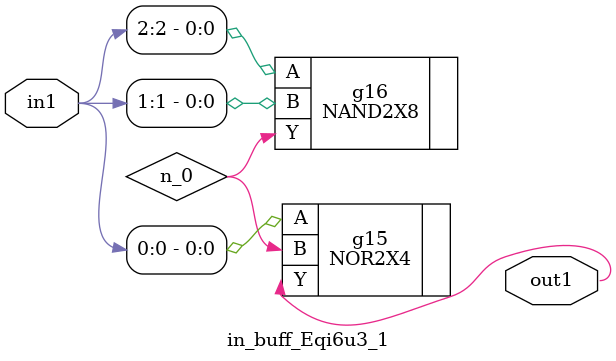
<source format=v>
`timescale 1ps / 1ps


module in_buff_Eqi6u3_1(in1, out1);
  input [2:0] in1;
  output out1;
  wire [2:0] in1;
  wire out1;
  wire n_0;
  NOR2X4 g15(.A (in1[0]), .B (n_0), .Y (out1));
  NAND2X8 g16(.A (in1[2]), .B (in1[1]), .Y (n_0));
endmodule



</source>
